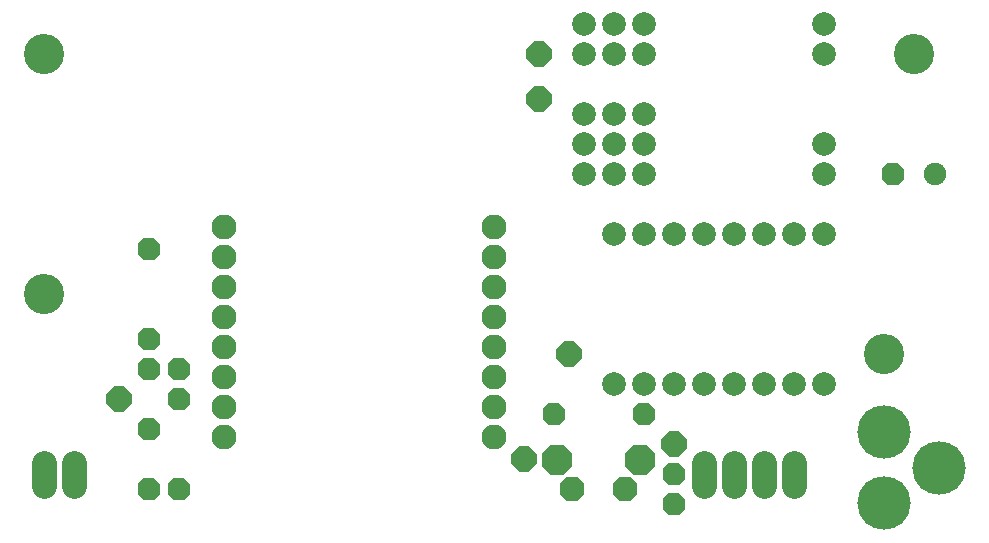
<source format=gbr>
G04 EAGLE Gerber RS-274X export*
G75*
%MOMM*%
%FSLAX34Y34*%
%LPD*%
%AMOC8*
5,1,8,0,0,1.08239X$1,22.5*%
G01*
%ADD10C,2.003200*%
%ADD11C,2.119200*%
%ADD12P,2.073859X8X202.500000*%
%ADD13C,1.916000*%
%ADD14C,4.521200*%
%ADD15P,2.073859X8X112.500000*%
%ADD16P,2.293801X8X22.500000*%
%ADD17P,2.073859X8X22.500000*%
%ADD18P,2.073859X8X292.500000*%
%ADD19C,3.403200*%
%ADD20C,2.103200*%
%ADD21P,2.276483X8X22.500000*%
%ADD22P,2.817678X8X22.500000*%


D10*
X698500Y254000D03*
X673100Y254000D03*
X647700Y254000D03*
X622300Y254000D03*
X596900Y254000D03*
X571500Y254000D03*
X546100Y254000D03*
X520700Y254000D03*
X520700Y127000D03*
X546100Y127000D03*
X571500Y127000D03*
X596900Y127000D03*
X622300Y127000D03*
X647700Y127000D03*
X673100Y127000D03*
X698500Y127000D03*
D11*
X673100Y60380D02*
X673100Y41220D01*
X647700Y41220D02*
X647700Y60380D01*
X622300Y60380D02*
X622300Y41220D01*
X596900Y41220D02*
X596900Y60380D01*
X63500Y60380D02*
X63500Y41220D01*
X38100Y41220D02*
X38100Y60380D01*
D12*
X756920Y304800D03*
D13*
X792480Y304800D03*
D14*
X749300Y86200D03*
X749300Y26200D03*
X796300Y56200D03*
D15*
X571500Y25400D03*
X571500Y50800D03*
D16*
X444500Y63500D03*
X457200Y406400D03*
X571500Y76200D03*
D15*
X152400Y38100D03*
X152400Y114300D03*
X127000Y165100D03*
X127000Y241300D03*
D17*
X469900Y101600D03*
X546100Y101600D03*
D16*
X101600Y114300D03*
D18*
X127000Y88900D03*
X127000Y38100D03*
D19*
X38100Y406400D03*
X38100Y203200D03*
X774700Y406400D03*
X749300Y152400D03*
D16*
X482600Y152400D03*
X457200Y368300D03*
D12*
X152400Y139700D03*
X127000Y139700D03*
D10*
X698500Y330200D03*
X698500Y304800D03*
X698500Y431800D03*
X495300Y330200D03*
X495300Y304800D03*
X495300Y406400D03*
X495300Y431800D03*
X698500Y406400D03*
X495300Y355600D03*
X520700Y304800D03*
X520700Y330200D03*
X520700Y355600D03*
X546100Y304800D03*
X546100Y330200D03*
X546100Y355600D03*
X520700Y406400D03*
X520700Y431800D03*
X546100Y431800D03*
X546100Y406400D03*
D20*
X190500Y107950D03*
X190500Y133350D03*
X190500Y158750D03*
X190500Y184150D03*
X190500Y209550D03*
X190500Y234950D03*
X190500Y260350D03*
X419100Y107950D03*
X419100Y133350D03*
X419100Y158750D03*
X419100Y184150D03*
X419100Y209550D03*
X419100Y234950D03*
X419100Y260350D03*
X190500Y82550D03*
X419100Y82550D03*
D21*
X485500Y38100D03*
X530500Y38100D03*
D22*
X543000Y63100D03*
X473000Y63100D03*
M02*

</source>
